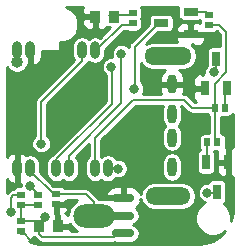
<source format=gbr>
G04 #@! TF.GenerationSoftware,KiCad,Pcbnew,(5.0.2)-1*
G04 #@! TF.CreationDate,2019-08-16T13:34:43+08:00*
G04 #@! TF.ProjectId,IRMQTT,49524d51-5454-42e6-9b69-6361645f7063,rev?*
G04 #@! TF.SameCoordinates,Original*
G04 #@! TF.FileFunction,Copper,L2,Bot*
G04 #@! TF.FilePolarity,Positive*
%FSLAX46Y46*%
G04 Gerber Fmt 4.6, Leading zero omitted, Abs format (unit mm)*
G04 Created by KiCad (PCBNEW (5.0.2)-1) date 2019-08-16 13:34:43*
%MOMM*%
%LPD*%
G01*
G04 APERTURE LIST*
G04 #@! TA.AperFunction,SMDPad,CuDef*
%ADD10R,0.650000X0.600000*%
G04 #@! TD*
G04 #@! TA.AperFunction,SMDPad,CuDef*
%ADD11R,0.600000X0.650000*%
G04 #@! TD*
G04 #@! TA.AperFunction,SMDPad,CuDef*
%ADD12O,0.800000X1.500000*%
G04 #@! TD*
G04 #@! TA.AperFunction,ComponentPad*
%ADD13O,1.000000X1.000000*%
G04 #@! TD*
G04 #@! TA.AperFunction,SMDPad,CuDef*
%ADD14R,1.250000X0.700000*%
G04 #@! TD*
G04 #@! TA.AperFunction,SMDPad,CuDef*
%ADD15O,1.900000X0.700000*%
G04 #@! TD*
G04 #@! TA.AperFunction,SMDPad,CuDef*
%ADD16O,3.500000X2.000000*%
G04 #@! TD*
G04 #@! TA.AperFunction,SMDPad,CuDef*
%ADD17O,2.100000X0.700000*%
G04 #@! TD*
G04 #@! TA.AperFunction,SMDPad,CuDef*
%ADD18R,0.700000X1.250000*%
G04 #@! TD*
G04 #@! TA.AperFunction,SMDPad,CuDef*
%ADD19R,0.930000X0.980000*%
G04 #@! TD*
G04 #@! TA.AperFunction,ComponentPad*
%ADD20O,4.000000X1.500000*%
G04 #@! TD*
G04 #@! TA.AperFunction,ComponentPad*
%ADD21O,3.800000X1.500000*%
G04 #@! TD*
G04 #@! TA.AperFunction,ComponentPad*
%ADD22O,0.800000X1.600000*%
G04 #@! TD*
G04 #@! TA.AperFunction,ViaPad*
%ADD23C,0.800000*%
G04 #@! TD*
G04 #@! TA.AperFunction,Conductor*
%ADD24C,0.160000*%
G04 #@! TD*
G04 #@! TA.AperFunction,Conductor*
%ADD25C,0.300000*%
G04 #@! TD*
G04 #@! TA.AperFunction,Conductor*
%ADD26C,0.254000*%
G04 #@! TD*
G04 APERTURE END LIST*
D10*
G04 #@! TO.P,R7,2*
G04 #@! TO.N,LED*
X73576180Y-47783300D03*
G04 #@! TO.P,R7,1*
G04 #@! TO.N,Net-(D1-PadA)*
X73576180Y-46933300D03*
G04 #@! TD*
D11*
G04 #@! TO.P,R5,1*
G04 #@! TO.N,D2*
X80547660Y-54960520D03*
G04 #@! TO.P,R5,2*
G04 #@! TO.N,Net-(Q2-Pad1)*
X81397660Y-54960520D03*
G04 #@! TD*
D10*
G04 #@! TO.P,R2,1*
G04 #@! TO.N,VCC*
X64147700Y-63190120D03*
G04 #@! TO.P,R2,2*
G04 #@! TO.N,Net-(IRFT1-Pad4)*
X64147700Y-62340120D03*
G04 #@! TD*
G04 #@! TO.P,R4,2*
G04 #@! TO.N,Net-(Q1-Pad1)*
X80045560Y-47065380D03*
G04 #@! TO.P,R4,1*
G04 #@! TO.N,D2*
X80045560Y-47915380D03*
G04 #@! TD*
D12*
G04 #@! TO.P,U1,1*
G04 #@! TO.N,Net-(U1-Pad1)*
X63792280Y-50071020D03*
G04 #@! TO.P,U1,2*
G04 #@! TO.N,GND*
X64892280Y-50071020D03*
G04 #@! TO.P,U1,6*
G04 #@! TO.N,D5*
X69292280Y-50071020D03*
G04 #@! TO.P,U1,7*
G04 #@! TO.N,LED*
X70392280Y-50071020D03*
G04 #@! TO.P,U1,10*
G04 #@! TO.N,GND*
X63792280Y-60071020D03*
G04 #@! TO.P,U1,11*
G04 #@! TO.N,+3V3*
X64892280Y-60071020D03*
G04 #@! TO.P,U1,13*
G04 #@! TO.N,TX*
X67092280Y-60071020D03*
G04 #@! TO.P,U1,14*
G04 #@! TO.N,RX*
X68192280Y-60071020D03*
G04 #@! TO.P,U1,16*
G04 #@! TO.N,D2*
X70392280Y-60071020D03*
G04 #@! TO.P,U1,17*
G04 #@! TO.N,D3*
X71492280Y-60071020D03*
D13*
G04 #@! TO.P,U1,1*
G04 #@! TO.N,Net-(U1-Pad1)*
X63792280Y-51071020D03*
G04 #@! TD*
D14*
G04 #@! TO.P,Q1,3*
G04 #@! TO.N,Net-(D2-Pad2)*
X75983460Y-47762120D03*
G04 #@! TO.P,Q1,2*
G04 #@! TO.N,GND*
X78483460Y-48712120D03*
G04 #@! TO.P,Q1,1*
G04 #@! TO.N,Net-(Q1-Pad1)*
X78483460Y-46812120D03*
G04 #@! TD*
D15*
G04 #@! TO.P,U2,3*
G04 #@! TO.N,VCC*
X72771000Y-65589280D03*
D16*
G04 #@! TO.P,U2,2*
G04 #@! TO.N,+3V3*
X70271000Y-64089280D03*
D17*
X72671000Y-64089280D03*
D15*
G04 #@! TO.P,U2,1*
G04 #@! TO.N,GND*
X72771000Y-62589280D03*
G04 #@! TD*
D18*
G04 #@! TO.P,Q3,3*
G04 #@! TO.N,Net-(D4-Pad2)*
X80723740Y-62047120D03*
G04 #@! TO.P,Q3,2*
G04 #@! TO.N,GND*
X81673740Y-59547120D03*
G04 #@! TO.P,Q3,1*
G04 #@! TO.N,Net-(Q3-Pad1)*
X79773740Y-59547120D03*
G04 #@! TD*
D19*
G04 #@! TO.P,C1,2*
G04 #@! TO.N,GND*
X67221860Y-64990980D03*
G04 #@! TO.P,C1,1*
G04 #@! TO.N,VCC*
X65681860Y-64990980D03*
G04 #@! TD*
D10*
G04 #@! TO.P,C2,1*
G04 #@! TO.N,+3V3*
X67116960Y-62286780D03*
G04 #@! TO.P,C2,2*
G04 #@! TO.N,GND*
X67116960Y-63136780D03*
G04 #@! TD*
D20*
G04 #@! TO.P,J2,5*
G04 #@! TO.N,Net-(J2-Pad5)*
X76549980Y-50557940D03*
D21*
X76585540Y-62452760D03*
D22*
G04 #@! TO.P,J2,4*
G04 #@! TO.N,GND*
X76928980Y-52973600D03*
G04 #@! TO.P,J2,1*
G04 #@! TO.N,VCC*
X76928980Y-59973600D03*
G04 #@! TO.P,J2,3*
G04 #@! TO.N,Net-(J2-Pad3)*
X76928980Y-55473600D03*
G04 #@! TO.P,J2,2*
G04 #@! TO.N,Net-(J2-Pad2)*
X76928980Y-57473600D03*
G04 #@! TD*
D19*
G04 #@! TO.P,D1,K*
G04 #@! TO.N,GND*
X70431280Y-47228760D03*
G04 #@! TO.P,D1,A*
G04 #@! TO.N,Net-(D1-PadA)*
X71971280Y-47228760D03*
G04 #@! TD*
D10*
G04 #@! TO.P,C3,1*
G04 #@! TO.N,VCC*
X64162940Y-64572780D03*
G04 #@! TO.P,C3,2*
G04 #@! TO.N,GND*
X64162940Y-65422780D03*
G04 #@! TD*
D11*
G04 #@! TO.P,R6,1*
G04 #@! TO.N,D2*
X80760940Y-57886600D03*
G04 #@! TO.P,R6,2*
G04 #@! TO.N,Net-(Q3-Pad1)*
X79910940Y-57886600D03*
G04 #@! TD*
D10*
G04 #@! TO.P,R1,1*
G04 #@! TO.N,D5*
X65587880Y-62332500D03*
G04 #@! TO.P,R1,2*
G04 #@! TO.N,VCC*
X65587880Y-63182500D03*
G04 #@! TD*
D18*
G04 #@! TO.P,Q2,1*
G04 #@! TO.N,Net-(Q2-Pad1)*
X81582340Y-53309520D03*
G04 #@! TO.P,Q2,2*
G04 #@! TO.N,GND*
X79682340Y-53309520D03*
G04 #@! TO.P,Q2,3*
G04 #@! TO.N,Net-(D3-Pad2)*
X80632340Y-50809520D03*
G04 #@! TD*
D23*
G04 #@! TO.N,GND*
X80225900Y-49212500D03*
X78285340Y-58613040D03*
X69011800Y-55181500D03*
X73685400Y-58488580D03*
X68089780Y-63119000D03*
G04 #@! TO.N,VCC*
X66161920Y-64244220D03*
G04 #@! TO.N,Net-(D3-Pad2)*
X80462120Y-51963320D03*
G04 #@! TO.N,Net-(D4-Pad2)*
X79903320Y-62136020D03*
G04 #@! TO.N,Net-(D2-Pad2)*
X73728580Y-53334920D03*
G04 #@! TO.N,D5*
X65839340Y-57988200D03*
X64930020Y-61597539D03*
G04 #@! TO.N,Net-(IRFT1-Pad4)*
X63262095Y-63754142D03*
G04 #@! TO.N,TX*
X71777860Y-51495960D03*
G04 #@! TO.N,RX*
X72621140Y-50360592D03*
G04 #@! TO.N,D3*
X72339200Y-60096400D03*
G04 #@! TD*
D24*
G04 #@! TO.N,GND*
X65067180Y-66314320D02*
X65686940Y-66314320D01*
X64175640Y-65422780D02*
X65067180Y-66314320D01*
X64162940Y-65422780D02*
X64175640Y-65422780D01*
G04 #@! TO.N,VCC*
X64162940Y-63205360D02*
X64147700Y-63190120D01*
X65681860Y-64990980D02*
X65681860Y-65640980D01*
X65580260Y-63190120D02*
X65587880Y-63182500D01*
X64147700Y-63190120D02*
X65580260Y-63190120D01*
X65681860Y-64990980D02*
X65681860Y-64724280D01*
X64229361Y-64378459D02*
X64162940Y-64444880D01*
X66161920Y-64244220D02*
X66161920Y-64244220D01*
X65263660Y-64572780D02*
X65681860Y-64990980D01*
X65681860Y-64724280D02*
X66161920Y-64244220D01*
X65900540Y-65859660D02*
X71978520Y-65859660D01*
X64162940Y-64572780D02*
X65263660Y-64572780D01*
X71978520Y-65859660D02*
X72248900Y-65589280D01*
X64162940Y-64444880D02*
X64162940Y-64572780D01*
X64162940Y-64572780D02*
X64162940Y-63205360D01*
X72248900Y-65589280D02*
X72771000Y-65589280D01*
X65681860Y-65640980D02*
X65900540Y-65859660D01*
D25*
G04 #@! TO.N,Net-(U1-Pad1)*
X63792280Y-50071020D02*
X63792280Y-51071020D01*
D24*
G04 #@! TO.N,Net-(D3-Pad2)*
X80632340Y-51793100D02*
X80462120Y-51963320D01*
X80632340Y-50809520D02*
X80632340Y-51793100D01*
G04 #@! TO.N,Net-(D4-Pad2)*
X79903320Y-62136020D02*
X80634840Y-62136020D01*
X80634840Y-62136020D02*
X80723740Y-62047120D01*
G04 #@! TO.N,Net-(D2-Pad2)*
X75778400Y-47762120D02*
X75983460Y-47762120D01*
X73761600Y-49778920D02*
X75778400Y-47762120D01*
X73728580Y-53334920D02*
X73761600Y-53301900D01*
X73761600Y-53301900D02*
X73761600Y-49778920D01*
G04 #@! TO.N,D5*
X69292280Y-50981020D02*
X65839340Y-54433960D01*
X65839340Y-57422515D02*
X65839340Y-57988200D01*
X69292280Y-50071020D02*
X69292280Y-50981020D01*
X65740280Y-62412880D02*
X65740280Y-62407799D01*
X65839340Y-54433960D02*
X65839340Y-57422515D01*
X65740280Y-62407799D02*
X64930020Y-61597539D01*
G04 #@! TO.N,Net-(IRFT1-Pad4)*
X64147700Y-62340120D02*
X63476240Y-62340120D01*
X63262095Y-63188457D02*
X63262095Y-63754142D01*
X63262095Y-62554265D02*
X63262095Y-63188457D01*
X63476240Y-62340120D02*
X63262095Y-62554265D01*
G04 #@! TO.N,LED*
X70392280Y-50071020D02*
X70487540Y-50071020D01*
X73472040Y-47912020D02*
X73496620Y-47887440D01*
X70487540Y-50071020D02*
X72646540Y-47912020D01*
X72646540Y-47912020D02*
X73472040Y-47912020D01*
G04 #@! TO.N,+3V3*
X64892280Y-60299960D02*
X64892280Y-60071020D01*
X69628500Y-62286780D02*
X70271000Y-62929280D01*
X67116960Y-62286780D02*
X69628500Y-62286780D01*
X70271000Y-62929280D02*
X70271000Y-64089280D01*
X67116960Y-62286780D02*
X66879100Y-62286780D01*
X66879100Y-62286780D02*
X64892280Y-60299960D01*
X70271000Y-64089280D02*
X72671000Y-64089280D01*
G04 #@! TO.N,TX*
X71803260Y-51521360D02*
X71777860Y-51495960D01*
X71803260Y-54607460D02*
X71803260Y-51521360D01*
X67092280Y-60071020D02*
X67092280Y-59318440D01*
X67092280Y-59318440D02*
X71803260Y-54607460D01*
G04 #@! TO.N,RX*
X68192280Y-60071020D02*
X68192280Y-59003300D01*
X72621140Y-54574440D02*
X72621140Y-50926277D01*
X68192280Y-59003300D02*
X72621140Y-54574440D01*
X72621140Y-50926277D02*
X72621140Y-50360592D01*
G04 #@! TO.N,D2*
X81506060Y-48541940D02*
X80879500Y-47915380D01*
X70392280Y-57501800D02*
X73634600Y-54259480D01*
X77911960Y-54259480D02*
X78613000Y-54960520D01*
X73634600Y-54259480D02*
X77911960Y-54259480D01*
X70392280Y-60071020D02*
X70392280Y-57501800D01*
X80547660Y-54960520D02*
X80547660Y-57673320D01*
X80547660Y-54960520D02*
X80547660Y-52924260D01*
X81506060Y-51965860D02*
X81506060Y-48541940D01*
X80547660Y-57673320D02*
X80760940Y-57886600D01*
X80547660Y-52924260D02*
X81506060Y-51965860D01*
X80879500Y-47915380D02*
X80045560Y-47915380D01*
X78613000Y-54960520D02*
X80547660Y-54960520D01*
G04 #@! TO.N,D3*
X71492280Y-60071020D02*
X72313820Y-60071020D01*
X72313820Y-60071020D02*
X72339200Y-60096400D01*
G04 #@! TO.N,Net-(D1-PadA)*
X71577200Y-47094140D02*
X73472040Y-47094140D01*
G04 #@! TO.N,Net-(Q1-Pad1)*
X78483460Y-46812120D02*
X79792300Y-46812120D01*
X79792300Y-46812120D02*
X80045560Y-47065380D01*
G04 #@! TO.N,Net-(Q2-Pad1)*
X81397660Y-54960520D02*
X81397660Y-53494200D01*
X81397660Y-53494200D02*
X81582340Y-53309520D01*
G04 #@! TO.N,Net-(Q3-Pad1)*
X79910940Y-57886600D02*
X79910940Y-59409920D01*
X79910940Y-59409920D02*
X79773740Y-59547120D01*
G04 #@! TD*
D26*
G04 #@! TO.N,GND*
G36*
X69331280Y-46612450D02*
X69331280Y-46943010D01*
X69490030Y-47101760D01*
X70304280Y-47101760D01*
X70304280Y-47081760D01*
X70558280Y-47081760D01*
X70558280Y-47101760D01*
X70578280Y-47101760D01*
X70578280Y-47355760D01*
X70558280Y-47355760D01*
X70558280Y-48195010D01*
X70717030Y-48353760D01*
X71022589Y-48353760D01*
X71255978Y-48257087D01*
X71383386Y-48129680D01*
X71506280Y-48154125D01*
X71687429Y-48154125D01*
X70825614Y-49015941D01*
X70714959Y-48942004D01*
X70392280Y-48877819D01*
X70069602Y-48942004D01*
X69842281Y-49093895D01*
X69614959Y-48942004D01*
X69292280Y-48877819D01*
X68969602Y-48942004D01*
X68696048Y-49124787D01*
X68513265Y-49398341D01*
X68465280Y-49639572D01*
X68465280Y-50502467D01*
X68513264Y-50743698D01*
X68633159Y-50923135D01*
X65516147Y-54040148D01*
X65473814Y-54068434D01*
X65361757Y-54236140D01*
X65332340Y-54384029D01*
X65332340Y-54384033D01*
X65322409Y-54433960D01*
X65332340Y-54483887D01*
X65332341Y-57325644D01*
X65138243Y-57519742D01*
X65012340Y-57823699D01*
X65012340Y-58152701D01*
X65138243Y-58456658D01*
X65370882Y-58689297D01*
X65674839Y-58815200D01*
X66003841Y-58815200D01*
X66307798Y-58689297D01*
X66540437Y-58456658D01*
X66666340Y-58152701D01*
X66666340Y-57823699D01*
X66540437Y-57519742D01*
X66346340Y-57325645D01*
X66346340Y-54643965D01*
X69615476Y-51374830D01*
X69657806Y-51346546D01*
X69696913Y-51288018D01*
X69769863Y-51178842D01*
X69788745Y-51083916D01*
X69842280Y-51048145D01*
X70069601Y-51200036D01*
X70392280Y-51264221D01*
X70714958Y-51200036D01*
X70988513Y-51017253D01*
X71171296Y-50743699D01*
X71219280Y-50502468D01*
X71219280Y-50056285D01*
X72856546Y-48419020D01*
X72985041Y-48419020D01*
X73084573Y-48485525D01*
X73251180Y-48518665D01*
X73901180Y-48518665D01*
X74067787Y-48485525D01*
X74209030Y-48391150D01*
X74303405Y-48249907D01*
X74336545Y-48083300D01*
X74336545Y-47483300D01*
X74311681Y-47358300D01*
X74336545Y-47233300D01*
X74336545Y-46633300D01*
X74303405Y-46466693D01*
X74292652Y-46450600D01*
X77425386Y-46450600D01*
X77423095Y-46462120D01*
X77423095Y-47162120D01*
X77456235Y-47328727D01*
X77550610Y-47469970D01*
X77691853Y-47564345D01*
X77858460Y-47597485D01*
X79108460Y-47597485D01*
X79275067Y-47564345D01*
X79298455Y-47548718D01*
X79285195Y-47615380D01*
X79285195Y-47748007D01*
X79234770Y-47727120D01*
X78769210Y-47727120D01*
X78610460Y-47885870D01*
X78610460Y-48585120D01*
X79505335Y-48585120D01*
X79553953Y-48617605D01*
X79720560Y-48650745D01*
X80370560Y-48650745D01*
X80537167Y-48617605D01*
X80678410Y-48523230D01*
X80715234Y-48468119D01*
X80999061Y-48751947D01*
X80999061Y-49752481D01*
X80982340Y-49749155D01*
X80282340Y-49749155D01*
X80115733Y-49782295D01*
X79974490Y-49876670D01*
X79880115Y-50017913D01*
X79846975Y-50184520D01*
X79846975Y-51408910D01*
X79761023Y-51494862D01*
X79635120Y-51798819D01*
X79635120Y-52049520D01*
X79555338Y-52049520D01*
X79555338Y-52208268D01*
X79396590Y-52049520D01*
X79206031Y-52049520D01*
X78972642Y-52146193D01*
X78794013Y-52324821D01*
X78697340Y-52558210D01*
X78697340Y-53023770D01*
X78856090Y-53182520D01*
X79555340Y-53182520D01*
X79555340Y-53162520D01*
X79809340Y-53162520D01*
X79809340Y-53182520D01*
X79829340Y-53182520D01*
X79829340Y-53436520D01*
X79809340Y-53436520D01*
X79809340Y-53456520D01*
X79555340Y-53456520D01*
X79555340Y-53436520D01*
X78856090Y-53436520D01*
X78697340Y-53595270D01*
X78697340Y-54060830D01*
X78794013Y-54294219D01*
X78953315Y-54453520D01*
X78823007Y-54453520D01*
X78305772Y-53936287D01*
X78277486Y-53893954D01*
X78109781Y-53781897D01*
X77961892Y-53752480D01*
X77961887Y-53752480D01*
X77911960Y-53742549D01*
X77882272Y-53748454D01*
X77963980Y-53500600D01*
X77963980Y-53100600D01*
X77055980Y-53100600D01*
X77055980Y-53120600D01*
X76801980Y-53120600D01*
X76801980Y-53100600D01*
X75893980Y-53100600D01*
X75893980Y-53500600D01*
X75977015Y-53752480D01*
X74450760Y-53752480D01*
X74555580Y-53499421D01*
X74555580Y-53170419D01*
X74429677Y-52866462D01*
X74268600Y-52705385D01*
X74268600Y-51132913D01*
X74451411Y-51406509D01*
X74840738Y-51666649D01*
X75184060Y-51734940D01*
X76321905Y-51734940D01*
X76286927Y-51751942D01*
X76021365Y-52060190D01*
X75893980Y-52446600D01*
X75893980Y-52846600D01*
X76801980Y-52846600D01*
X76801980Y-52826600D01*
X77055980Y-52826600D01*
X77055980Y-52846600D01*
X77963980Y-52846600D01*
X77963980Y-52446600D01*
X77836595Y-52060190D01*
X77571033Y-51751942D01*
X77536055Y-51734940D01*
X77915900Y-51734940D01*
X78259222Y-51666649D01*
X78648549Y-51406509D01*
X78908689Y-51017182D01*
X79000038Y-50557940D01*
X78908689Y-50098698D01*
X78648549Y-49709371D01*
X78610462Y-49683922D01*
X78610462Y-49538372D01*
X78769210Y-49697120D01*
X79234770Y-49697120D01*
X79468159Y-49600447D01*
X79646787Y-49421818D01*
X79743460Y-49188429D01*
X79743460Y-48997870D01*
X79584710Y-48839120D01*
X78610460Y-48839120D01*
X78610460Y-48859120D01*
X78356460Y-48859120D01*
X78356460Y-48839120D01*
X77382210Y-48839120D01*
X77223460Y-48997870D01*
X77223460Y-49188429D01*
X77303201Y-49380940D01*
X75184060Y-49380940D01*
X74840738Y-49449231D01*
X74742963Y-49514562D01*
X75710041Y-48547485D01*
X76608460Y-48547485D01*
X76775067Y-48514345D01*
X76916310Y-48419970D01*
X77010685Y-48278727D01*
X77019221Y-48235811D01*
X77223460Y-48235811D01*
X77223460Y-48426370D01*
X77382210Y-48585120D01*
X78356460Y-48585120D01*
X78356460Y-47885870D01*
X78197710Y-47727120D01*
X77732150Y-47727120D01*
X77498761Y-47823793D01*
X77320133Y-48002422D01*
X77223460Y-48235811D01*
X77019221Y-48235811D01*
X77043825Y-48112120D01*
X77043825Y-47412120D01*
X77010685Y-47245513D01*
X76916310Y-47104270D01*
X76775067Y-47009895D01*
X76608460Y-46976755D01*
X75358460Y-46976755D01*
X75191853Y-47009895D01*
X75050610Y-47104270D01*
X74956235Y-47245513D01*
X74923095Y-47412120D01*
X74923095Y-47900419D01*
X73438405Y-49385110D01*
X73396075Y-49413394D01*
X73367791Y-49455724D01*
X73367790Y-49455725D01*
X73284018Y-49581099D01*
X73244669Y-49778920D01*
X73253520Y-49823417D01*
X73089598Y-49659495D01*
X72785641Y-49533592D01*
X72456639Y-49533592D01*
X72152682Y-49659495D01*
X71920043Y-49892134D01*
X71794140Y-50196091D01*
X71794140Y-50525093D01*
X71853732Y-50668960D01*
X71613359Y-50668960D01*
X71309402Y-50794863D01*
X71076763Y-51027502D01*
X70950860Y-51331459D01*
X70950860Y-51660461D01*
X71076763Y-51964418D01*
X71296261Y-52183916D01*
X71296260Y-54397454D01*
X66769085Y-58924630D01*
X66726755Y-58952914D01*
X66705366Y-58984925D01*
X66496048Y-59124787D01*
X66313265Y-59398341D01*
X66265280Y-59639572D01*
X66265280Y-60502467D01*
X66313264Y-60743698D01*
X66496047Y-61017253D01*
X66769601Y-61200036D01*
X67092280Y-61264221D01*
X67414958Y-61200036D01*
X67642280Y-61048145D01*
X67869601Y-61200036D01*
X68192280Y-61264221D01*
X68514958Y-61200036D01*
X68788513Y-61017253D01*
X68971296Y-60743699D01*
X69019280Y-60502468D01*
X69019280Y-59639572D01*
X68971296Y-59398341D01*
X68788513Y-59124787D01*
X68788084Y-59124501D01*
X69885281Y-58027305D01*
X69885280Y-59065164D01*
X69796048Y-59124787D01*
X69613265Y-59398341D01*
X69565280Y-59639572D01*
X69565280Y-60502467D01*
X69613264Y-60743698D01*
X69796047Y-61017253D01*
X70069601Y-61200036D01*
X70392280Y-61264221D01*
X70714958Y-61200036D01*
X70942280Y-61048145D01*
X71169601Y-61200036D01*
X71492280Y-61264221D01*
X71814958Y-61200036D01*
X72088513Y-61017253D01*
X72156312Y-60915784D01*
X72174699Y-60923400D01*
X72503701Y-60923400D01*
X72807658Y-60797497D01*
X73040297Y-60564858D01*
X73166200Y-60260901D01*
X73166200Y-59931899D01*
X73040297Y-59627942D01*
X72904507Y-59492152D01*
X76101980Y-59492152D01*
X76101980Y-60455047D01*
X76149964Y-60696278D01*
X76332747Y-60969833D01*
X76606301Y-61152616D01*
X76928980Y-61216801D01*
X77251658Y-61152616D01*
X77525213Y-60969833D01*
X77707996Y-60696279D01*
X77755980Y-60455048D01*
X77755980Y-59492152D01*
X77707996Y-59250921D01*
X77525213Y-58977367D01*
X77251659Y-58794584D01*
X76928980Y-58730399D01*
X76606302Y-58794584D01*
X76332748Y-58977367D01*
X76149965Y-59250921D01*
X76101980Y-59492152D01*
X72904507Y-59492152D01*
X72807658Y-59395303D01*
X72503701Y-59269400D01*
X72185140Y-59269400D01*
X72088513Y-59124787D01*
X71814959Y-58942004D01*
X71492280Y-58877819D01*
X71169602Y-58942004D01*
X70942281Y-59093895D01*
X70899280Y-59065163D01*
X70899280Y-57711805D01*
X73844606Y-54766480D01*
X76146870Y-54766480D01*
X76101980Y-54992152D01*
X76101980Y-55955047D01*
X76149964Y-56196278D01*
X76332747Y-56469833D01*
X76338385Y-56473600D01*
X76332748Y-56477367D01*
X76149965Y-56750921D01*
X76101980Y-56992152D01*
X76101980Y-57955047D01*
X76149964Y-58196278D01*
X76332747Y-58469833D01*
X76606301Y-58652616D01*
X76928980Y-58716801D01*
X77251658Y-58652616D01*
X77525213Y-58469833D01*
X77707996Y-58196279D01*
X77755980Y-57955048D01*
X77755980Y-56992152D01*
X77707996Y-56750921D01*
X77525213Y-56477367D01*
X77519575Y-56473600D01*
X77525213Y-56469833D01*
X77707996Y-56196279D01*
X77755980Y-55955048D01*
X77755980Y-54992152D01*
X77713359Y-54777885D01*
X78219192Y-55283718D01*
X78247474Y-55326046D01*
X78289801Y-55354328D01*
X78289803Y-55354330D01*
X78372405Y-55409523D01*
X78415179Y-55438103D01*
X78563068Y-55467520D01*
X78563072Y-55467520D01*
X78612999Y-55477451D01*
X78662926Y-55467520D01*
X79855720Y-55467520D01*
X79939810Y-55593370D01*
X80040660Y-55660756D01*
X80040661Y-57126235D01*
X79610940Y-57126235D01*
X79444333Y-57159375D01*
X79303090Y-57253750D01*
X79208715Y-57394993D01*
X79175575Y-57561600D01*
X79175575Y-58211600D01*
X79208715Y-58378207D01*
X79297961Y-58511774D01*
X79257133Y-58519895D01*
X79115890Y-58614270D01*
X79021515Y-58755513D01*
X78988375Y-58922120D01*
X78988375Y-60172120D01*
X79021515Y-60338727D01*
X79115890Y-60479970D01*
X79257133Y-60574345D01*
X79423740Y-60607485D01*
X80123740Y-60607485D01*
X80290347Y-60574345D01*
X80431590Y-60479970D01*
X80525965Y-60338727D01*
X80559105Y-60172120D01*
X80559105Y-59832870D01*
X80688740Y-59832870D01*
X80688740Y-60298430D01*
X80785413Y-60531819D01*
X80964042Y-60710447D01*
X81197431Y-60807120D01*
X81387990Y-60807120D01*
X81546740Y-60648370D01*
X81546740Y-59674120D01*
X80847490Y-59674120D01*
X80688740Y-59832870D01*
X80559105Y-59832870D01*
X80559105Y-58922120D01*
X80525965Y-58755513D01*
X80452286Y-58645244D01*
X80460940Y-58646965D01*
X80750394Y-58646965D01*
X80688740Y-58795810D01*
X80688740Y-59261370D01*
X80847490Y-59420120D01*
X81546740Y-59420120D01*
X81546740Y-58445870D01*
X81465805Y-58364935D01*
X81496305Y-58211600D01*
X81496305Y-57561600D01*
X81463165Y-57394993D01*
X81368790Y-57253750D01*
X81227547Y-57159375D01*
X81060940Y-57126235D01*
X81054660Y-57126235D01*
X81054660Y-55712332D01*
X81097660Y-55720885D01*
X81697660Y-55720885D01*
X81864267Y-55687745D01*
X82005510Y-55593370D01*
X82057078Y-55516193D01*
X82056594Y-58287120D01*
X81959490Y-58287120D01*
X81800740Y-58445870D01*
X81800740Y-59420120D01*
X81820740Y-59420120D01*
X81820740Y-59674120D01*
X81800740Y-59674120D01*
X81800740Y-60648370D01*
X81959490Y-60807120D01*
X82056154Y-60807120D01*
X82055628Y-63820169D01*
X81942882Y-64430818D01*
X81895140Y-64544054D01*
X81895140Y-63991281D01*
X81662668Y-63430044D01*
X81280284Y-63047660D01*
X81381590Y-62979970D01*
X81475965Y-62838727D01*
X81509105Y-62672120D01*
X81509105Y-61422120D01*
X81475965Y-61255513D01*
X81381590Y-61114270D01*
X81240347Y-61019895D01*
X81073740Y-60986755D01*
X80373740Y-60986755D01*
X80207133Y-61019895D01*
X80065890Y-61114270D01*
X79971515Y-61255513D01*
X79960872Y-61309020D01*
X79738819Y-61309020D01*
X79434862Y-61434923D01*
X79202223Y-61667562D01*
X79076320Y-61971519D01*
X79076320Y-62300521D01*
X79202223Y-62604478D01*
X79434862Y-62837117D01*
X79666224Y-62932950D01*
X79503164Y-63000492D01*
X79073612Y-63430044D01*
X78841140Y-63991281D01*
X78841140Y-64598759D01*
X79073612Y-65159996D01*
X79503164Y-65589548D01*
X80064401Y-65822020D01*
X80671879Y-65822020D01*
X81233116Y-65589548D01*
X81406848Y-65415816D01*
X81353914Y-65490685D01*
X80903146Y-65901416D01*
X80374700Y-66205766D01*
X79792558Y-66389751D01*
X79171451Y-66447320D01*
X65585574Y-66447320D01*
X64977447Y-66335040D01*
X64824663Y-66270624D01*
X64847639Y-66261107D01*
X65026267Y-66082478D01*
X65104351Y-65893966D01*
X65216860Y-65916345D01*
X65256091Y-65916345D01*
X65270658Y-65938145D01*
X65316335Y-66006506D01*
X65358664Y-66034790D01*
X65506729Y-66182855D01*
X65535014Y-66225186D01*
X65702719Y-66337243D01*
X65850608Y-66366660D01*
X65850612Y-66366660D01*
X65900539Y-66376591D01*
X65950466Y-66366660D01*
X71928593Y-66366660D01*
X71978520Y-66376591D01*
X72028447Y-66366660D01*
X72028452Y-66366660D01*
X72062418Y-66359904D01*
X72094474Y-66366280D01*
X73447526Y-66366280D01*
X73674170Y-66321198D01*
X73931186Y-66149466D01*
X74102918Y-65892450D01*
X74163222Y-65589280D01*
X74102918Y-65286110D01*
X73931186Y-65029094D01*
X73674170Y-64857362D01*
X73583265Y-64839280D01*
X73674170Y-64821198D01*
X73931186Y-64649466D01*
X74102918Y-64392450D01*
X74163222Y-64089280D01*
X74102918Y-63786110D01*
X73931186Y-63529094D01*
X73831082Y-63462207D01*
X73865276Y-63450701D01*
X74157303Y-63195978D01*
X74315885Y-62867518D01*
X74187433Y-62716282D01*
X74287900Y-62716282D01*
X74326831Y-62912002D01*
X74586971Y-63301329D01*
X74976298Y-63561469D01*
X75319620Y-63629760D01*
X77851460Y-63629760D01*
X78194782Y-63561469D01*
X78584109Y-63301329D01*
X78844249Y-62912002D01*
X78935598Y-62452760D01*
X78844249Y-61993518D01*
X78584109Y-61604191D01*
X78194782Y-61344051D01*
X77851460Y-61275760D01*
X75319620Y-61275760D01*
X74976298Y-61344051D01*
X74586971Y-61604191D01*
X74326831Y-61993518D01*
X74278906Y-62234451D01*
X74157303Y-61982582D01*
X73865276Y-61727859D01*
X73498000Y-61604280D01*
X72898000Y-61604280D01*
X72898000Y-62462280D01*
X72918000Y-62462280D01*
X72918000Y-62716280D01*
X72898000Y-62716280D01*
X72898000Y-62736280D01*
X72644000Y-62736280D01*
X72644000Y-62716280D01*
X71433021Y-62716280D01*
X71161544Y-62662280D01*
X70702359Y-62662280D01*
X70689490Y-62643020D01*
X70664810Y-62606083D01*
X70664808Y-62606081D01*
X70636526Y-62563754D01*
X70594199Y-62535472D01*
X70369769Y-62311042D01*
X71226115Y-62311042D01*
X71354569Y-62462280D01*
X72644000Y-62462280D01*
X72644000Y-61604280D01*
X72044000Y-61604280D01*
X71676724Y-61727859D01*
X71384697Y-61982582D01*
X71226115Y-62311042D01*
X70369769Y-62311042D01*
X70022312Y-61963586D01*
X69994026Y-61921254D01*
X69826321Y-61809197D01*
X69678432Y-61779780D01*
X69678427Y-61779780D01*
X69628500Y-61769849D01*
X69578573Y-61779780D01*
X67817195Y-61779780D01*
X67749810Y-61678930D01*
X67608567Y-61584555D01*
X67441960Y-61551415D01*
X66860741Y-61551415D01*
X65719280Y-60409955D01*
X65719280Y-59639572D01*
X65671296Y-59398341D01*
X65488513Y-59124787D01*
X65214959Y-58942004D01*
X64892280Y-58877819D01*
X64569602Y-58942004D01*
X64507068Y-58983788D01*
X64434333Y-58899362D01*
X64078403Y-58726354D01*
X63919280Y-58854022D01*
X63919280Y-59944020D01*
X63939280Y-59944020D01*
X63939280Y-60198020D01*
X63919280Y-60198020D01*
X63919280Y-61288018D01*
X64078403Y-61415686D01*
X64118225Y-61396330D01*
X64103020Y-61433038D01*
X64103020Y-61604755D01*
X63822700Y-61604755D01*
X63656093Y-61637895D01*
X63514850Y-61732270D01*
X63450707Y-61828268D01*
X63426313Y-61833120D01*
X63426308Y-61833120D01*
X63278419Y-61862537D01*
X63110714Y-61974594D01*
X63082428Y-62016927D01*
X62960600Y-62138755D01*
X62960600Y-61022571D01*
X63150227Y-61242678D01*
X63506157Y-61415686D01*
X63665280Y-61288018D01*
X63665280Y-60198020D01*
X63645280Y-60198020D01*
X63645280Y-59944020D01*
X63665280Y-59944020D01*
X63665280Y-58854022D01*
X63506157Y-58726354D01*
X63150227Y-58899362D01*
X62960600Y-59119469D01*
X62960600Y-51494879D01*
X63123950Y-51739350D01*
X63430583Y-51944235D01*
X63700978Y-51998020D01*
X63883582Y-51998020D01*
X64153977Y-51944235D01*
X64460610Y-51739350D01*
X64665495Y-51432717D01*
X64680794Y-51355803D01*
X64765280Y-51288018D01*
X64765280Y-50198020D01*
X64745280Y-50198020D01*
X64745280Y-50156153D01*
X65039280Y-50156747D01*
X65039280Y-50198020D01*
X65019280Y-50198020D01*
X65019280Y-51288018D01*
X65178403Y-51415686D01*
X65534333Y-51242678D01*
X65799895Y-50934430D01*
X65927280Y-50548020D01*
X65927280Y-50158542D01*
X67307884Y-50161332D01*
X67356092Y-50151932D01*
X67397446Y-50124630D01*
X67425203Y-50083581D01*
X67435139Y-50035034D01*
X67438547Y-49418700D01*
X67755979Y-49418700D01*
X68317216Y-49186228D01*
X68746768Y-48756676D01*
X68979240Y-48195439D01*
X68979240Y-47587961D01*
X68948816Y-47514510D01*
X69331280Y-47514510D01*
X69331280Y-47845070D01*
X69427953Y-48078459D01*
X69606582Y-48257087D01*
X69839971Y-48353760D01*
X70145530Y-48353760D01*
X70304280Y-48195010D01*
X70304280Y-47355760D01*
X69490030Y-47355760D01*
X69331280Y-47514510D01*
X68948816Y-47514510D01*
X68746768Y-47026724D01*
X68317216Y-46597172D01*
X67963360Y-46450600D01*
X69398321Y-46450600D01*
X69331280Y-46612450D01*
X69331280Y-46612450D01*
G37*
X69331280Y-46612450D02*
X69331280Y-46943010D01*
X69490030Y-47101760D01*
X70304280Y-47101760D01*
X70304280Y-47081760D01*
X70558280Y-47081760D01*
X70558280Y-47101760D01*
X70578280Y-47101760D01*
X70578280Y-47355760D01*
X70558280Y-47355760D01*
X70558280Y-48195010D01*
X70717030Y-48353760D01*
X71022589Y-48353760D01*
X71255978Y-48257087D01*
X71383386Y-48129680D01*
X71506280Y-48154125D01*
X71687429Y-48154125D01*
X70825614Y-49015941D01*
X70714959Y-48942004D01*
X70392280Y-48877819D01*
X70069602Y-48942004D01*
X69842281Y-49093895D01*
X69614959Y-48942004D01*
X69292280Y-48877819D01*
X68969602Y-48942004D01*
X68696048Y-49124787D01*
X68513265Y-49398341D01*
X68465280Y-49639572D01*
X68465280Y-50502467D01*
X68513264Y-50743698D01*
X68633159Y-50923135D01*
X65516147Y-54040148D01*
X65473814Y-54068434D01*
X65361757Y-54236140D01*
X65332340Y-54384029D01*
X65332340Y-54384033D01*
X65322409Y-54433960D01*
X65332340Y-54483887D01*
X65332341Y-57325644D01*
X65138243Y-57519742D01*
X65012340Y-57823699D01*
X65012340Y-58152701D01*
X65138243Y-58456658D01*
X65370882Y-58689297D01*
X65674839Y-58815200D01*
X66003841Y-58815200D01*
X66307798Y-58689297D01*
X66540437Y-58456658D01*
X66666340Y-58152701D01*
X66666340Y-57823699D01*
X66540437Y-57519742D01*
X66346340Y-57325645D01*
X66346340Y-54643965D01*
X69615476Y-51374830D01*
X69657806Y-51346546D01*
X69696913Y-51288018D01*
X69769863Y-51178842D01*
X69788745Y-51083916D01*
X69842280Y-51048145D01*
X70069601Y-51200036D01*
X70392280Y-51264221D01*
X70714958Y-51200036D01*
X70988513Y-51017253D01*
X71171296Y-50743699D01*
X71219280Y-50502468D01*
X71219280Y-50056285D01*
X72856546Y-48419020D01*
X72985041Y-48419020D01*
X73084573Y-48485525D01*
X73251180Y-48518665D01*
X73901180Y-48518665D01*
X74067787Y-48485525D01*
X74209030Y-48391150D01*
X74303405Y-48249907D01*
X74336545Y-48083300D01*
X74336545Y-47483300D01*
X74311681Y-47358300D01*
X74336545Y-47233300D01*
X74336545Y-46633300D01*
X74303405Y-46466693D01*
X74292652Y-46450600D01*
X77425386Y-46450600D01*
X77423095Y-46462120D01*
X77423095Y-47162120D01*
X77456235Y-47328727D01*
X77550610Y-47469970D01*
X77691853Y-47564345D01*
X77858460Y-47597485D01*
X79108460Y-47597485D01*
X79275067Y-47564345D01*
X79298455Y-47548718D01*
X79285195Y-47615380D01*
X79285195Y-47748007D01*
X79234770Y-47727120D01*
X78769210Y-47727120D01*
X78610460Y-47885870D01*
X78610460Y-48585120D01*
X79505335Y-48585120D01*
X79553953Y-48617605D01*
X79720560Y-48650745D01*
X80370560Y-48650745D01*
X80537167Y-48617605D01*
X80678410Y-48523230D01*
X80715234Y-48468119D01*
X80999061Y-48751947D01*
X80999061Y-49752481D01*
X80982340Y-49749155D01*
X80282340Y-49749155D01*
X80115733Y-49782295D01*
X79974490Y-49876670D01*
X79880115Y-50017913D01*
X79846975Y-50184520D01*
X79846975Y-51408910D01*
X79761023Y-51494862D01*
X79635120Y-51798819D01*
X79635120Y-52049520D01*
X79555338Y-52049520D01*
X79555338Y-52208268D01*
X79396590Y-52049520D01*
X79206031Y-52049520D01*
X78972642Y-52146193D01*
X78794013Y-52324821D01*
X78697340Y-52558210D01*
X78697340Y-53023770D01*
X78856090Y-53182520D01*
X79555340Y-53182520D01*
X79555340Y-53162520D01*
X79809340Y-53162520D01*
X79809340Y-53182520D01*
X79829340Y-53182520D01*
X79829340Y-53436520D01*
X79809340Y-53436520D01*
X79809340Y-53456520D01*
X79555340Y-53456520D01*
X79555340Y-53436520D01*
X78856090Y-53436520D01*
X78697340Y-53595270D01*
X78697340Y-54060830D01*
X78794013Y-54294219D01*
X78953315Y-54453520D01*
X78823007Y-54453520D01*
X78305772Y-53936287D01*
X78277486Y-53893954D01*
X78109781Y-53781897D01*
X77961892Y-53752480D01*
X77961887Y-53752480D01*
X77911960Y-53742549D01*
X77882272Y-53748454D01*
X77963980Y-53500600D01*
X77963980Y-53100600D01*
X77055980Y-53100600D01*
X77055980Y-53120600D01*
X76801980Y-53120600D01*
X76801980Y-53100600D01*
X75893980Y-53100600D01*
X75893980Y-53500600D01*
X75977015Y-53752480D01*
X74450760Y-53752480D01*
X74555580Y-53499421D01*
X74555580Y-53170419D01*
X74429677Y-52866462D01*
X74268600Y-52705385D01*
X74268600Y-51132913D01*
X74451411Y-51406509D01*
X74840738Y-51666649D01*
X75184060Y-51734940D01*
X76321905Y-51734940D01*
X76286927Y-51751942D01*
X76021365Y-52060190D01*
X75893980Y-52446600D01*
X75893980Y-52846600D01*
X76801980Y-52846600D01*
X76801980Y-52826600D01*
X77055980Y-52826600D01*
X77055980Y-52846600D01*
X77963980Y-52846600D01*
X77963980Y-52446600D01*
X77836595Y-52060190D01*
X77571033Y-51751942D01*
X77536055Y-51734940D01*
X77915900Y-51734940D01*
X78259222Y-51666649D01*
X78648549Y-51406509D01*
X78908689Y-51017182D01*
X79000038Y-50557940D01*
X78908689Y-50098698D01*
X78648549Y-49709371D01*
X78610462Y-49683922D01*
X78610462Y-49538372D01*
X78769210Y-49697120D01*
X79234770Y-49697120D01*
X79468159Y-49600447D01*
X79646787Y-49421818D01*
X79743460Y-49188429D01*
X79743460Y-48997870D01*
X79584710Y-48839120D01*
X78610460Y-48839120D01*
X78610460Y-48859120D01*
X78356460Y-48859120D01*
X78356460Y-48839120D01*
X77382210Y-48839120D01*
X77223460Y-48997870D01*
X77223460Y-49188429D01*
X77303201Y-49380940D01*
X75184060Y-49380940D01*
X74840738Y-49449231D01*
X74742963Y-49514562D01*
X75710041Y-48547485D01*
X76608460Y-48547485D01*
X76775067Y-48514345D01*
X76916310Y-48419970D01*
X77010685Y-48278727D01*
X77019221Y-48235811D01*
X77223460Y-48235811D01*
X77223460Y-48426370D01*
X77382210Y-48585120D01*
X78356460Y-48585120D01*
X78356460Y-47885870D01*
X78197710Y-47727120D01*
X77732150Y-47727120D01*
X77498761Y-47823793D01*
X77320133Y-48002422D01*
X77223460Y-48235811D01*
X77019221Y-48235811D01*
X77043825Y-48112120D01*
X77043825Y-47412120D01*
X77010685Y-47245513D01*
X76916310Y-47104270D01*
X76775067Y-47009895D01*
X76608460Y-46976755D01*
X75358460Y-46976755D01*
X75191853Y-47009895D01*
X75050610Y-47104270D01*
X74956235Y-47245513D01*
X74923095Y-47412120D01*
X74923095Y-47900419D01*
X73438405Y-49385110D01*
X73396075Y-49413394D01*
X73367791Y-49455724D01*
X73367790Y-49455725D01*
X73284018Y-49581099D01*
X73244669Y-49778920D01*
X73253520Y-49823417D01*
X73089598Y-49659495D01*
X72785641Y-49533592D01*
X72456639Y-49533592D01*
X72152682Y-49659495D01*
X71920043Y-49892134D01*
X71794140Y-50196091D01*
X71794140Y-50525093D01*
X71853732Y-50668960D01*
X71613359Y-50668960D01*
X71309402Y-50794863D01*
X71076763Y-51027502D01*
X70950860Y-51331459D01*
X70950860Y-51660461D01*
X71076763Y-51964418D01*
X71296261Y-52183916D01*
X71296260Y-54397454D01*
X66769085Y-58924630D01*
X66726755Y-58952914D01*
X66705366Y-58984925D01*
X66496048Y-59124787D01*
X66313265Y-59398341D01*
X66265280Y-59639572D01*
X66265280Y-60502467D01*
X66313264Y-60743698D01*
X66496047Y-61017253D01*
X66769601Y-61200036D01*
X67092280Y-61264221D01*
X67414958Y-61200036D01*
X67642280Y-61048145D01*
X67869601Y-61200036D01*
X68192280Y-61264221D01*
X68514958Y-61200036D01*
X68788513Y-61017253D01*
X68971296Y-60743699D01*
X69019280Y-60502468D01*
X69019280Y-59639572D01*
X68971296Y-59398341D01*
X68788513Y-59124787D01*
X68788084Y-59124501D01*
X69885281Y-58027305D01*
X69885280Y-59065164D01*
X69796048Y-59124787D01*
X69613265Y-59398341D01*
X69565280Y-59639572D01*
X69565280Y-60502467D01*
X69613264Y-60743698D01*
X69796047Y-61017253D01*
X70069601Y-61200036D01*
X70392280Y-61264221D01*
X70714958Y-61200036D01*
X70942280Y-61048145D01*
X71169601Y-61200036D01*
X71492280Y-61264221D01*
X71814958Y-61200036D01*
X72088513Y-61017253D01*
X72156312Y-60915784D01*
X72174699Y-60923400D01*
X72503701Y-60923400D01*
X72807658Y-60797497D01*
X73040297Y-60564858D01*
X73166200Y-60260901D01*
X73166200Y-59931899D01*
X73040297Y-59627942D01*
X72904507Y-59492152D01*
X76101980Y-59492152D01*
X76101980Y-60455047D01*
X76149964Y-60696278D01*
X76332747Y-60969833D01*
X76606301Y-61152616D01*
X76928980Y-61216801D01*
X77251658Y-61152616D01*
X77525213Y-60969833D01*
X77707996Y-60696279D01*
X77755980Y-60455048D01*
X77755980Y-59492152D01*
X77707996Y-59250921D01*
X77525213Y-58977367D01*
X77251659Y-58794584D01*
X76928980Y-58730399D01*
X76606302Y-58794584D01*
X76332748Y-58977367D01*
X76149965Y-59250921D01*
X76101980Y-59492152D01*
X72904507Y-59492152D01*
X72807658Y-59395303D01*
X72503701Y-59269400D01*
X72185140Y-59269400D01*
X72088513Y-59124787D01*
X71814959Y-58942004D01*
X71492280Y-58877819D01*
X71169602Y-58942004D01*
X70942281Y-59093895D01*
X70899280Y-59065163D01*
X70899280Y-57711805D01*
X73844606Y-54766480D01*
X76146870Y-54766480D01*
X76101980Y-54992152D01*
X76101980Y-55955047D01*
X76149964Y-56196278D01*
X76332747Y-56469833D01*
X76338385Y-56473600D01*
X76332748Y-56477367D01*
X76149965Y-56750921D01*
X76101980Y-56992152D01*
X76101980Y-57955047D01*
X76149964Y-58196278D01*
X76332747Y-58469833D01*
X76606301Y-58652616D01*
X76928980Y-58716801D01*
X77251658Y-58652616D01*
X77525213Y-58469833D01*
X77707996Y-58196279D01*
X77755980Y-57955048D01*
X77755980Y-56992152D01*
X77707996Y-56750921D01*
X77525213Y-56477367D01*
X77519575Y-56473600D01*
X77525213Y-56469833D01*
X77707996Y-56196279D01*
X77755980Y-55955048D01*
X77755980Y-54992152D01*
X77713359Y-54777885D01*
X78219192Y-55283718D01*
X78247474Y-55326046D01*
X78289801Y-55354328D01*
X78289803Y-55354330D01*
X78372405Y-55409523D01*
X78415179Y-55438103D01*
X78563068Y-55467520D01*
X78563072Y-55467520D01*
X78612999Y-55477451D01*
X78662926Y-55467520D01*
X79855720Y-55467520D01*
X79939810Y-55593370D01*
X80040660Y-55660756D01*
X80040661Y-57126235D01*
X79610940Y-57126235D01*
X79444333Y-57159375D01*
X79303090Y-57253750D01*
X79208715Y-57394993D01*
X79175575Y-57561600D01*
X79175575Y-58211600D01*
X79208715Y-58378207D01*
X79297961Y-58511774D01*
X79257133Y-58519895D01*
X79115890Y-58614270D01*
X79021515Y-58755513D01*
X78988375Y-58922120D01*
X78988375Y-60172120D01*
X79021515Y-60338727D01*
X79115890Y-60479970D01*
X79257133Y-60574345D01*
X79423740Y-60607485D01*
X80123740Y-60607485D01*
X80290347Y-60574345D01*
X80431590Y-60479970D01*
X80525965Y-60338727D01*
X80559105Y-60172120D01*
X80559105Y-59832870D01*
X80688740Y-59832870D01*
X80688740Y-60298430D01*
X80785413Y-60531819D01*
X80964042Y-60710447D01*
X81197431Y-60807120D01*
X81387990Y-60807120D01*
X81546740Y-60648370D01*
X81546740Y-59674120D01*
X80847490Y-59674120D01*
X80688740Y-59832870D01*
X80559105Y-59832870D01*
X80559105Y-58922120D01*
X80525965Y-58755513D01*
X80452286Y-58645244D01*
X80460940Y-58646965D01*
X80750394Y-58646965D01*
X80688740Y-58795810D01*
X80688740Y-59261370D01*
X80847490Y-59420120D01*
X81546740Y-59420120D01*
X81546740Y-58445870D01*
X81465805Y-58364935D01*
X81496305Y-58211600D01*
X81496305Y-57561600D01*
X81463165Y-57394993D01*
X81368790Y-57253750D01*
X81227547Y-57159375D01*
X81060940Y-57126235D01*
X81054660Y-57126235D01*
X81054660Y-55712332D01*
X81097660Y-55720885D01*
X81697660Y-55720885D01*
X81864267Y-55687745D01*
X82005510Y-55593370D01*
X82057078Y-55516193D01*
X82056594Y-58287120D01*
X81959490Y-58287120D01*
X81800740Y-58445870D01*
X81800740Y-59420120D01*
X81820740Y-59420120D01*
X81820740Y-59674120D01*
X81800740Y-59674120D01*
X81800740Y-60648370D01*
X81959490Y-60807120D01*
X82056154Y-60807120D01*
X82055628Y-63820169D01*
X81942882Y-64430818D01*
X81895140Y-64544054D01*
X81895140Y-63991281D01*
X81662668Y-63430044D01*
X81280284Y-63047660D01*
X81381590Y-62979970D01*
X81475965Y-62838727D01*
X81509105Y-62672120D01*
X81509105Y-61422120D01*
X81475965Y-61255513D01*
X81381590Y-61114270D01*
X81240347Y-61019895D01*
X81073740Y-60986755D01*
X80373740Y-60986755D01*
X80207133Y-61019895D01*
X80065890Y-61114270D01*
X79971515Y-61255513D01*
X79960872Y-61309020D01*
X79738819Y-61309020D01*
X79434862Y-61434923D01*
X79202223Y-61667562D01*
X79076320Y-61971519D01*
X79076320Y-62300521D01*
X79202223Y-62604478D01*
X79434862Y-62837117D01*
X79666224Y-62932950D01*
X79503164Y-63000492D01*
X79073612Y-63430044D01*
X78841140Y-63991281D01*
X78841140Y-64598759D01*
X79073612Y-65159996D01*
X79503164Y-65589548D01*
X80064401Y-65822020D01*
X80671879Y-65822020D01*
X81233116Y-65589548D01*
X81406848Y-65415816D01*
X81353914Y-65490685D01*
X80903146Y-65901416D01*
X80374700Y-66205766D01*
X79792558Y-66389751D01*
X79171451Y-66447320D01*
X65585574Y-66447320D01*
X64977447Y-66335040D01*
X64824663Y-66270624D01*
X64847639Y-66261107D01*
X65026267Y-66082478D01*
X65104351Y-65893966D01*
X65216860Y-65916345D01*
X65256091Y-65916345D01*
X65270658Y-65938145D01*
X65316335Y-66006506D01*
X65358664Y-66034790D01*
X65506729Y-66182855D01*
X65535014Y-66225186D01*
X65702719Y-66337243D01*
X65850608Y-66366660D01*
X65850612Y-66366660D01*
X65900539Y-66376591D01*
X65950466Y-66366660D01*
X71928593Y-66366660D01*
X71978520Y-66376591D01*
X72028447Y-66366660D01*
X72028452Y-66366660D01*
X72062418Y-66359904D01*
X72094474Y-66366280D01*
X73447526Y-66366280D01*
X73674170Y-66321198D01*
X73931186Y-66149466D01*
X74102918Y-65892450D01*
X74163222Y-65589280D01*
X74102918Y-65286110D01*
X73931186Y-65029094D01*
X73674170Y-64857362D01*
X73583265Y-64839280D01*
X73674170Y-64821198D01*
X73931186Y-64649466D01*
X74102918Y-64392450D01*
X74163222Y-64089280D01*
X74102918Y-63786110D01*
X73931186Y-63529094D01*
X73831082Y-63462207D01*
X73865276Y-63450701D01*
X74157303Y-63195978D01*
X74315885Y-62867518D01*
X74187433Y-62716282D01*
X74287900Y-62716282D01*
X74326831Y-62912002D01*
X74586971Y-63301329D01*
X74976298Y-63561469D01*
X75319620Y-63629760D01*
X77851460Y-63629760D01*
X78194782Y-63561469D01*
X78584109Y-63301329D01*
X78844249Y-62912002D01*
X78935598Y-62452760D01*
X78844249Y-61993518D01*
X78584109Y-61604191D01*
X78194782Y-61344051D01*
X77851460Y-61275760D01*
X75319620Y-61275760D01*
X74976298Y-61344051D01*
X74586971Y-61604191D01*
X74326831Y-61993518D01*
X74278906Y-62234451D01*
X74157303Y-61982582D01*
X73865276Y-61727859D01*
X73498000Y-61604280D01*
X72898000Y-61604280D01*
X72898000Y-62462280D01*
X72918000Y-62462280D01*
X72918000Y-62716280D01*
X72898000Y-62716280D01*
X72898000Y-62736280D01*
X72644000Y-62736280D01*
X72644000Y-62716280D01*
X71433021Y-62716280D01*
X71161544Y-62662280D01*
X70702359Y-62662280D01*
X70689490Y-62643020D01*
X70664810Y-62606083D01*
X70664808Y-62606081D01*
X70636526Y-62563754D01*
X70594199Y-62535472D01*
X70369769Y-62311042D01*
X71226115Y-62311042D01*
X71354569Y-62462280D01*
X72644000Y-62462280D01*
X72644000Y-61604280D01*
X72044000Y-61604280D01*
X71676724Y-61727859D01*
X71384697Y-61982582D01*
X71226115Y-62311042D01*
X70369769Y-62311042D01*
X70022312Y-61963586D01*
X69994026Y-61921254D01*
X69826321Y-61809197D01*
X69678432Y-61779780D01*
X69678427Y-61779780D01*
X69628500Y-61769849D01*
X69578573Y-61779780D01*
X67817195Y-61779780D01*
X67749810Y-61678930D01*
X67608567Y-61584555D01*
X67441960Y-61551415D01*
X66860741Y-61551415D01*
X65719280Y-60409955D01*
X65719280Y-59639572D01*
X65671296Y-59398341D01*
X65488513Y-59124787D01*
X65214959Y-58942004D01*
X64892280Y-58877819D01*
X64569602Y-58942004D01*
X64507068Y-58983788D01*
X64434333Y-58899362D01*
X64078403Y-58726354D01*
X63919280Y-58854022D01*
X63919280Y-59944020D01*
X63939280Y-59944020D01*
X63939280Y-60198020D01*
X63919280Y-60198020D01*
X63919280Y-61288018D01*
X64078403Y-61415686D01*
X64118225Y-61396330D01*
X64103020Y-61433038D01*
X64103020Y-61604755D01*
X63822700Y-61604755D01*
X63656093Y-61637895D01*
X63514850Y-61732270D01*
X63450707Y-61828268D01*
X63426313Y-61833120D01*
X63426308Y-61833120D01*
X63278419Y-61862537D01*
X63110714Y-61974594D01*
X63082428Y-62016927D01*
X62960600Y-62138755D01*
X62960600Y-61022571D01*
X63150227Y-61242678D01*
X63506157Y-61415686D01*
X63665280Y-61288018D01*
X63665280Y-60198020D01*
X63645280Y-60198020D01*
X63645280Y-59944020D01*
X63665280Y-59944020D01*
X63665280Y-58854022D01*
X63506157Y-58726354D01*
X63150227Y-58899362D01*
X62960600Y-59119469D01*
X62960600Y-51494879D01*
X63123950Y-51739350D01*
X63430583Y-51944235D01*
X63700978Y-51998020D01*
X63883582Y-51998020D01*
X64153977Y-51944235D01*
X64460610Y-51739350D01*
X64665495Y-51432717D01*
X64680794Y-51355803D01*
X64765280Y-51288018D01*
X64765280Y-50198020D01*
X64745280Y-50198020D01*
X64745280Y-50156153D01*
X65039280Y-50156747D01*
X65039280Y-50198020D01*
X65019280Y-50198020D01*
X65019280Y-51288018D01*
X65178403Y-51415686D01*
X65534333Y-51242678D01*
X65799895Y-50934430D01*
X65927280Y-50548020D01*
X65927280Y-50158542D01*
X67307884Y-50161332D01*
X67356092Y-50151932D01*
X67397446Y-50124630D01*
X67425203Y-50083581D01*
X67435139Y-50035034D01*
X67438547Y-49418700D01*
X67755979Y-49418700D01*
X68317216Y-49186228D01*
X68746768Y-48756676D01*
X68979240Y-48195439D01*
X68979240Y-47587961D01*
X68948816Y-47514510D01*
X69331280Y-47514510D01*
X69331280Y-47845070D01*
X69427953Y-48078459D01*
X69606582Y-48257087D01*
X69839971Y-48353760D01*
X70145530Y-48353760D01*
X70304280Y-48195010D01*
X70304280Y-47355760D01*
X69490030Y-47355760D01*
X69331280Y-47514510D01*
X68948816Y-47514510D01*
X68746768Y-47026724D01*
X68317216Y-46597172D01*
X67963360Y-46450600D01*
X69398321Y-46450600D01*
X69331280Y-46612450D01*
G36*
X64309940Y-65549780D02*
X64289940Y-65549780D01*
X64289940Y-65569780D01*
X64035940Y-65569780D01*
X64035940Y-65549780D01*
X64015940Y-65549780D01*
X64015940Y-65308145D01*
X64309940Y-65308145D01*
X64309940Y-65549780D01*
X64309940Y-65549780D01*
G37*
X64309940Y-65549780D02*
X64289940Y-65549780D01*
X64289940Y-65569780D01*
X64035940Y-65569780D01*
X64035940Y-65549780D01*
X64015940Y-65549780D01*
X64015940Y-65308145D01*
X64309940Y-65308145D01*
X64309940Y-65549780D01*
G36*
X68492191Y-63060471D02*
X68176796Y-63532492D01*
X68083820Y-63999915D01*
X68046558Y-63962653D01*
X67882194Y-63894571D01*
X67980287Y-63796478D01*
X68076960Y-63563089D01*
X68076960Y-63422530D01*
X67918210Y-63263780D01*
X67243960Y-63263780D01*
X67243960Y-63913030D01*
X67352260Y-64021330D01*
X67348860Y-64024730D01*
X67348860Y-64863980D01*
X68163110Y-64863980D01*
X68258598Y-64768492D01*
X68492191Y-65118089D01*
X68843251Y-65352660D01*
X68321860Y-65352660D01*
X68321860Y-65276730D01*
X68163110Y-65117980D01*
X67348860Y-65117980D01*
X67348860Y-65137980D01*
X67094860Y-65137980D01*
X67094860Y-65117980D01*
X67074860Y-65117980D01*
X67074860Y-64863980D01*
X67094860Y-64863980D01*
X67094860Y-64024730D01*
X66986560Y-63916430D01*
X66989960Y-63913030D01*
X66989960Y-63263780D01*
X66969960Y-63263780D01*
X66969960Y-63022145D01*
X67441960Y-63022145D01*
X67504123Y-63009780D01*
X67918210Y-63009780D01*
X68076960Y-62851030D01*
X68076960Y-62793780D01*
X68891321Y-62793780D01*
X68492191Y-63060471D01*
X68492191Y-63060471D01*
G37*
X68492191Y-63060471D02*
X68176796Y-63532492D01*
X68083820Y-63999915D01*
X68046558Y-63962653D01*
X67882194Y-63894571D01*
X67980287Y-63796478D01*
X68076960Y-63563089D01*
X68076960Y-63422530D01*
X67918210Y-63263780D01*
X67243960Y-63263780D01*
X67243960Y-63913030D01*
X67352260Y-64021330D01*
X67348860Y-64024730D01*
X67348860Y-64863980D01*
X68163110Y-64863980D01*
X68258598Y-64768492D01*
X68492191Y-65118089D01*
X68843251Y-65352660D01*
X68321860Y-65352660D01*
X68321860Y-65276730D01*
X68163110Y-65117980D01*
X67348860Y-65117980D01*
X67348860Y-65137980D01*
X67094860Y-65137980D01*
X67094860Y-65117980D01*
X67074860Y-65117980D01*
X67074860Y-64863980D01*
X67094860Y-64863980D01*
X67094860Y-64024730D01*
X66986560Y-63916430D01*
X66989960Y-63913030D01*
X66989960Y-63263780D01*
X66969960Y-63263780D01*
X66969960Y-63022145D01*
X67441960Y-63022145D01*
X67504123Y-63009780D01*
X67918210Y-63009780D01*
X68076960Y-62851030D01*
X68076960Y-62793780D01*
X68891321Y-62793780D01*
X68492191Y-63060471D01*
G04 #@! TD*
M02*

</source>
